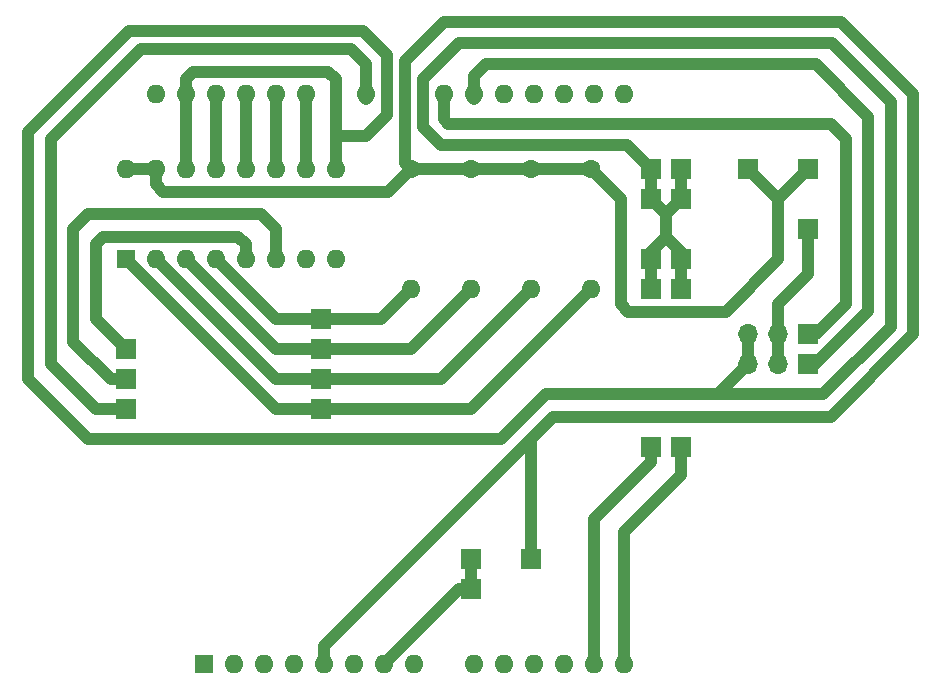
<source format=gbr>
G04 #@! TF.GenerationSoftware,KiCad,Pcbnew,(6.0.2)*
G04 #@! TF.CreationDate,2023-01-21T08:28:17+01:00*
G04 #@! TF.ProjectId,221110_Schaltplan,32323131-3130-45f5-9363-68616c74706c,rev?*
G04 #@! TF.SameCoordinates,Original*
G04 #@! TF.FileFunction,Copper,L2,Bot*
G04 #@! TF.FilePolarity,Positive*
%FSLAX46Y46*%
G04 Gerber Fmt 4.6, Leading zero omitted, Abs format (unit mm)*
G04 Created by KiCad (PCBNEW (6.0.2)) date 2023-01-21 08:28:17*
%MOMM*%
%LPD*%
G01*
G04 APERTURE LIST*
G04 #@! TA.AperFunction,ComponentPad*
%ADD10R,1.700000X1.700000*%
G04 #@! TD*
G04 #@! TA.AperFunction,ComponentPad*
%ADD11C,1.600000*%
G04 #@! TD*
G04 #@! TA.AperFunction,ComponentPad*
%ADD12O,1.600000X1.600000*%
G04 #@! TD*
G04 #@! TA.AperFunction,ComponentPad*
%ADD13R,1.600000X1.600000*%
G04 #@! TD*
G04 #@! TA.AperFunction,ComponentPad*
%ADD14O,1.700000X1.700000*%
G04 #@! TD*
G04 #@! TA.AperFunction,Conductor*
%ADD15C,1.000000*%
G04 #@! TD*
G04 APERTURE END LIST*
D10*
X175895000Y-114300000D03*
X162560000Y-121920000D03*
X165100000Y-121920000D03*
D11*
X142240000Y-114300000D03*
D12*
X142240000Y-124460000D03*
D11*
X157480000Y-114300000D03*
D12*
X157480000Y-124460000D03*
D10*
X147320000Y-147320000D03*
X170815000Y-114300000D03*
X134620000Y-129540000D03*
X165100000Y-124460000D03*
D13*
X118100000Y-121920000D03*
D12*
X120640000Y-121920000D03*
X123180000Y-121920000D03*
X125720000Y-121920000D03*
X128260000Y-121920000D03*
X130800000Y-121920000D03*
X133340000Y-121920000D03*
X135880000Y-121920000D03*
X135880000Y-114300000D03*
X133340000Y-114300000D03*
X130800000Y-114300000D03*
X128260000Y-114300000D03*
X125720000Y-114300000D03*
X123180000Y-114300000D03*
X120640000Y-114300000D03*
X118100000Y-114300000D03*
D10*
X118110000Y-134620000D03*
X162560000Y-137795000D03*
D11*
X147320000Y-114300000D03*
D12*
X147320000Y-124460000D03*
D10*
X175880000Y-130810000D03*
D14*
X173340000Y-130810000D03*
X170800000Y-130810000D03*
D10*
X134620000Y-127000000D03*
X118110000Y-129540000D03*
X134620000Y-134620000D03*
X162560000Y-124460000D03*
X165100000Y-114300000D03*
X175895000Y-119380000D03*
X152400000Y-147320000D03*
D11*
X152400000Y-114300000D03*
D12*
X152400000Y-124460000D03*
D10*
X175895000Y-128270000D03*
D14*
X173355000Y-128270000D03*
X170815000Y-128270000D03*
D10*
X147320000Y-149860000D03*
X118110000Y-132080000D03*
X162560000Y-116840000D03*
X134620000Y-132080000D03*
X162560000Y-114300000D03*
X165100000Y-116840000D03*
X165100000Y-137795000D03*
D13*
X124695000Y-156210000D03*
D12*
X127235000Y-156210000D03*
X129775000Y-156210000D03*
X132315000Y-156210000D03*
X134855000Y-156210000D03*
X137395000Y-156210000D03*
X139935000Y-156210000D03*
X142475000Y-156210000D03*
X147555000Y-156210000D03*
X150095000Y-156210000D03*
X152635000Y-156210000D03*
X155175000Y-156210000D03*
X157715000Y-156210000D03*
X160255000Y-156210000D03*
X160255000Y-107950000D03*
X157715000Y-107950000D03*
X155175000Y-107950000D03*
X152635000Y-107950000D03*
X150095000Y-107950000D03*
X147555000Y-107950000D03*
X145015000Y-107950000D03*
X138415000Y-107950000D03*
X133335000Y-107950000D03*
X130795000Y-107950000D03*
X128255000Y-107950000D03*
X125715000Y-107950000D03*
X123175000Y-107950000D03*
X120635000Y-107950000D03*
D15*
X157480000Y-114300000D02*
X160020000Y-116840000D01*
X121285000Y-116205000D02*
X140335000Y-116205000D01*
X173355000Y-121920000D02*
X168910000Y-126365000D01*
X147320000Y-114300000D02*
X152400000Y-114300000D01*
X175895000Y-114300000D02*
X173355000Y-116840000D01*
X118100000Y-114300000D02*
X120640000Y-114300000D01*
X173355000Y-116840000D02*
X173355000Y-119380000D01*
X160655000Y-126365000D02*
X168910000Y-126365000D01*
X120640000Y-115560000D02*
X121285000Y-116205000D01*
X184785000Y-107950000D02*
X178689000Y-101854000D01*
X160020000Y-125730000D02*
X160655000Y-126365000D01*
X120640000Y-114300000D02*
X120640000Y-115560000D01*
X152400000Y-137160000D02*
X154305000Y-135255000D01*
X134855000Y-154705000D02*
X154305000Y-135255000D01*
X140335000Y-116205000D02*
X142240000Y-114300000D01*
X141732000Y-105156000D02*
X141732000Y-113792000D01*
X170815000Y-114300000D02*
X173355000Y-116840000D01*
X184785000Y-128270000D02*
X184785000Y-107950000D01*
X173355000Y-119380000D02*
X173355000Y-121920000D01*
X177800000Y-135255000D02*
X184785000Y-128270000D01*
X152400000Y-147320000D02*
X152400000Y-137160000D01*
X141732000Y-113792000D02*
X142240000Y-114300000D01*
X154305000Y-135255000D02*
X177800000Y-135255000D01*
X178689000Y-101854000D02*
X145034000Y-101854000D01*
X160020000Y-116840000D02*
X160020000Y-125730000D01*
X152400000Y-114300000D02*
X157480000Y-114300000D01*
X142240000Y-114300000D02*
X147320000Y-114300000D01*
X134855000Y-156210000D02*
X134855000Y-154705000D01*
X145034000Y-101854000D02*
X141732000Y-105156000D01*
X139935000Y-156210000D02*
X146285000Y-149860000D01*
X147320000Y-147320000D02*
X147320000Y-149860000D01*
X146285000Y-149860000D02*
X147320000Y-149860000D01*
X157715000Y-143910000D02*
X162560000Y-139065000D01*
X157715000Y-156210000D02*
X157715000Y-143910000D01*
X162560000Y-139065000D02*
X162560000Y-137795000D01*
X165100000Y-140200000D02*
X165100000Y-137795000D01*
X160255000Y-156210000D02*
X160255000Y-145045000D01*
X160255000Y-145045000D02*
X165100000Y-140200000D01*
X176530000Y-105410000D02*
X175895000Y-105410000D01*
X148590000Y-105410000D02*
X147555000Y-106445000D01*
X176455000Y-130810000D02*
X180975000Y-126290000D01*
X147555000Y-106445000D02*
X147555000Y-108400000D01*
X180975000Y-109855000D02*
X180975000Y-119380000D01*
X175880000Y-130810000D02*
X176455000Y-130810000D01*
X180975000Y-109855000D02*
X176530000Y-105410000D01*
X180975000Y-126290000D02*
X180975000Y-119380000D01*
X175895000Y-105410000D02*
X148590000Y-105410000D01*
X145415000Y-110490000D02*
X177800000Y-110490000D01*
X177800000Y-110490000D02*
X179070000Y-111760000D01*
X176530000Y-128270000D02*
X175895000Y-128270000D01*
X145015000Y-108400000D02*
X145015000Y-110090000D01*
X145015000Y-110090000D02*
X145415000Y-110490000D01*
X179070000Y-125730000D02*
X176530000Y-128270000D01*
X179070000Y-111760000D02*
X179070000Y-125730000D01*
X137160000Y-104140000D02*
X119380000Y-104140000D01*
X111760000Y-130810000D02*
X115570000Y-134620000D01*
X115570000Y-134620000D02*
X118110000Y-134620000D01*
X119380000Y-104140000D02*
X111760000Y-111760000D01*
X111760000Y-111760000D02*
X111760000Y-130810000D01*
X138415000Y-105425000D02*
X138430000Y-105410000D01*
X138415000Y-108400000D02*
X138415000Y-105425000D01*
X138430000Y-105410000D02*
X137160000Y-104140000D01*
X133335000Y-114295000D02*
X133340000Y-114300000D01*
X133335000Y-108400000D02*
X133335000Y-114295000D01*
X130795000Y-114295000D02*
X130800000Y-114300000D01*
X130795000Y-108400000D02*
X130795000Y-114295000D01*
X128255000Y-114295000D02*
X128260000Y-114300000D01*
X128255000Y-108400000D02*
X128255000Y-114295000D01*
X125715000Y-114295000D02*
X125720000Y-114300000D01*
X125715000Y-108400000D02*
X125715000Y-114295000D01*
X153670000Y-133350000D02*
X153352500Y-133667500D01*
X123180000Y-114300000D02*
X123180000Y-108405000D01*
X170800000Y-128285000D02*
X170815000Y-128270000D01*
X140208000Y-109728000D02*
X138420000Y-111516000D01*
X163830000Y-120015000D02*
X163830000Y-118110000D01*
X163830000Y-118110000D02*
X162560000Y-116840000D01*
X143256000Y-106680000D02*
X146304000Y-103632000D01*
X167640000Y-133350000D02*
X153670000Y-133350000D01*
X149860000Y-137160000D02*
X114935000Y-137160000D01*
X162560000Y-124460000D02*
X162560000Y-121920000D01*
X163830000Y-120015000D02*
X162560000Y-121285000D01*
X138176000Y-102616000D02*
X140208000Y-104648000D01*
X138420000Y-111516000D02*
X135880000Y-111516000D01*
X109855000Y-132080000D02*
X109855000Y-111125000D01*
X170800000Y-130810000D02*
X170800000Y-128285000D01*
X114935000Y-137160000D02*
X109855000Y-132080000D01*
X177927000Y-103632000D02*
X182880000Y-108585000D01*
X118364000Y-102616000D02*
X138176000Y-102616000D01*
X144780000Y-112268000D02*
X143256000Y-110744000D01*
X162560000Y-114300000D02*
X162560000Y-116840000D01*
X165100000Y-124460000D02*
X165100000Y-121920000D01*
X165100000Y-121920000D02*
X165100000Y-121285000D01*
X135255000Y-106045000D02*
X123825000Y-106045000D01*
X182880000Y-108585000D02*
X182880000Y-127635000D01*
X123825000Y-106045000D02*
X123175000Y-106695000D01*
X165100000Y-116840000D02*
X163830000Y-118110000D01*
X160528000Y-112268000D02*
X144780000Y-112268000D01*
X143256000Y-110744000D02*
X143256000Y-106680000D01*
X135880000Y-106670000D02*
X135255000Y-106045000D01*
X153352500Y-133667500D02*
X149860000Y-137160000D01*
X165100000Y-121285000D02*
X163830000Y-120015000D01*
X165100000Y-114300000D02*
X165100000Y-116840000D01*
X162560000Y-121285000D02*
X162560000Y-121920000D01*
X135880000Y-111516000D02*
X135880000Y-106670000D01*
X140208000Y-104648000D02*
X140208000Y-109728000D01*
X168260000Y-133350000D02*
X167640000Y-133350000D01*
X177165000Y-133350000D02*
X167640000Y-133350000D01*
X123180000Y-108405000D02*
X123175000Y-108400000D01*
X146304000Y-103632000D02*
X177927000Y-103632000D01*
X109855000Y-111125000D02*
X118364000Y-102616000D01*
X135880000Y-114300000D02*
X135880000Y-111516000D01*
X170800000Y-130810000D02*
X168260000Y-133350000D01*
X162560000Y-114300000D02*
X160528000Y-112268000D01*
X123175000Y-106695000D02*
X123175000Y-108400000D01*
X182880000Y-127635000D02*
X177165000Y-133350000D01*
X130810000Y-134620000D02*
X134620000Y-134620000D01*
X118110000Y-121920000D02*
X130810000Y-134620000D01*
X134620000Y-134620000D02*
X147320000Y-134620000D01*
X118100000Y-121920000D02*
X118110000Y-121920000D01*
X147320000Y-134620000D02*
X157480000Y-124460000D01*
X144780000Y-132080000D02*
X134620000Y-132080000D01*
X152400000Y-124460000D02*
X144780000Y-132080000D01*
X134620000Y-132080000D02*
X130800000Y-132080000D01*
X130800000Y-132080000D02*
X120640000Y-121920000D01*
X123180000Y-121920000D02*
X130800000Y-129540000D01*
X130800000Y-129540000D02*
X134620000Y-129540000D01*
X142240000Y-129540000D02*
X147320000Y-124460000D01*
X134620000Y-129540000D02*
X142240000Y-129540000D01*
X125720000Y-121920000D02*
X130800000Y-127000000D01*
X130800000Y-127000000D02*
X134620000Y-127000000D01*
X142240000Y-124460000D02*
X139700000Y-127000000D01*
X139700000Y-127000000D02*
X134620000Y-127000000D01*
X128260000Y-120660000D02*
X128270000Y-120650000D01*
X115570000Y-127000000D02*
X118110000Y-129540000D01*
X115570000Y-120650000D02*
X115570000Y-127000000D01*
X116205000Y-120015000D02*
X115570000Y-120650000D01*
X128260000Y-121920000D02*
X128260000Y-120660000D01*
X127635000Y-120015000D02*
X116205000Y-120015000D01*
X128270000Y-120650000D02*
X127635000Y-120015000D01*
X130800000Y-119390000D02*
X130810000Y-119380000D01*
X129540000Y-118110000D02*
X114935000Y-118110000D01*
X113665000Y-128905000D02*
X116840000Y-132080000D01*
X113665000Y-119380000D02*
X113665000Y-128905000D01*
X114935000Y-118110000D02*
X113665000Y-119380000D01*
X130810000Y-119380000D02*
X129540000Y-118110000D01*
X130800000Y-121920000D02*
X130800000Y-119390000D01*
X116840000Y-132080000D02*
X118110000Y-132080000D01*
X173355000Y-125730000D02*
X173355000Y-128270000D01*
X173355000Y-128270000D02*
X173355000Y-130795000D01*
X175895000Y-123190000D02*
X175895000Y-119380000D01*
X173355000Y-125730000D02*
X175895000Y-123190000D01*
X173355000Y-130795000D02*
X173340000Y-130810000D01*
M02*

</source>
